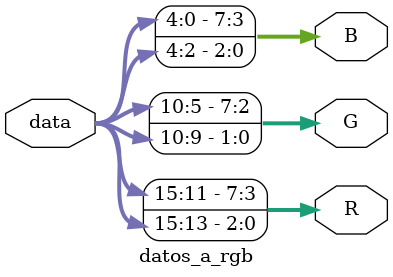
<source format=v>
module datos_a_rgb (data, R, G, B);
	
	input		  	[15:0]	data;
	output wire [7:0]	R;
	output wire [7:0]	G;
	output wire [7:0]	B;
	
	assign R[7:0] = {data[15:11]	,  data[15:13]};
	assign G[7:0] = {data[10:5]	,  data[10:9]}	;
	assign B[7:0] = {data[4:0]		,  data[4:2]}	; 
	
	
endmodule
</source>
